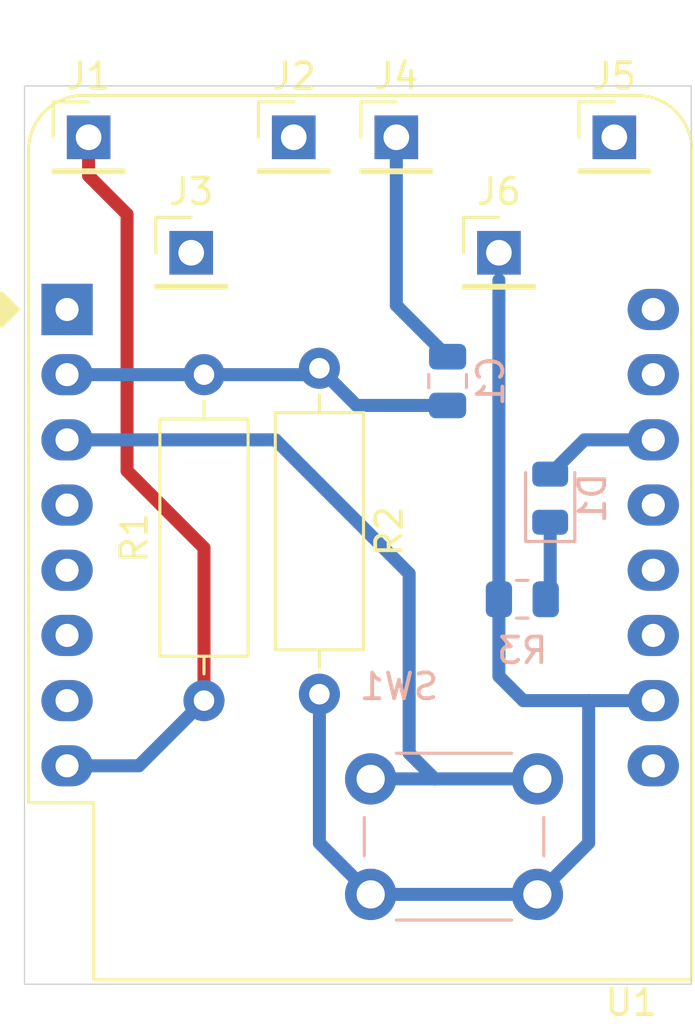
<source format=kicad_pcb>
(kicad_pcb (version 20241229) (generator "pcbnew") (generator_version "9.0")
  (layers (0 "F.Cu" signal) (2 "B.Cu" signal) (13 "F.Paste" user) (15 "B.Paste" user) (5 "F.SilkS" user "F.Silkscreen") (7 "B.SilkS" user "B.Silkscreen") (1 "F.Mask" user) (3 "B.Mask" user) (25 "Edge.Cuts" user))
  (net 0 "")
  (net 1 "Net-(U1-A0)")
  (net 2 "Net-(D1-K)")
  (net 3 "Net-(D1-A)")
  (net 4 "GND")
  (net 5 "Net-(U1-D0)")
  (net 20 "Net-(J4-Pin_1)")
  (net 21 "Net-(J1-Pin_1)")
  (footprint "Connector_PinHeader_2.54mm:PinHeader_1x01_P2.54mm_Vertical" (layer "F.Cu") (at 84 37)
    (property "Reference" "J5" (at 0 -2.38 0) (layer "F.SilkS"))
    (property "Value" "center")
    (fp_line (start -1.38 -1.38) (end 0 -1.38) (stroke (width 0.12)) (layer "F.SilkS"))
    (fp_line (start -1.38 0) (end -1.38 -1.38) (stroke (width 0.12)) (layer "F.SilkS"))
    (fp_line (start -1.38 1.27) (end -1.38 1.38) (stroke (width 0.12)) (layer "F.SilkS"))
    (fp_line (start -1.38 1.27) (end 1.38 1.27) (stroke (width 0.12)) (layer "F.SilkS"))
    (fp_line (start -1.38 1.38) (end 1.38 1.38) (stroke (width 0.12)) (layer "F.SilkS"))
    (fp_line (start 1.38 1.27) (end 1.38 1.38) (stroke (width 0.12)) (layer "F.SilkS"))
    (pad "1" thru_hole rect (at 0 0) (size 1.7 1.7) (drill 1) (layers "*.Cu" "*.Mask"))
  )
  (footprint "Connector_PinHeader_2.54mm:PinHeader_1x01_P2.54mm_Vertical" (layer "F.Cu") (at 63.5 37)
    (property "Reference" "J1" (at 0 -2.38 0) (layer "F.SilkS"))
    (property "Value" "tip-3.5")
    (fp_line (start -1.38 -1.38) (end 0 -1.38) (stroke (width 0.12)) (layer "F.SilkS"))
    (fp_line (start -1.38 0) (end -1.38 -1.38) (stroke (width 0.12)) (layer "F.SilkS"))
    (fp_line (start -1.38 1.27) (end -1.38 1.38) (stroke (width 0.12)) (layer "F.SilkS"))
    (fp_line (start -1.38 1.27) (end 1.38 1.27) (stroke (width 0.12)) (layer "F.SilkS"))
    (fp_line (start -1.38 1.38) (end 1.38 1.38) (stroke (width 0.12)) (layer "F.SilkS"))
    (fp_line (start 1.38 1.27) (end 1.38 1.38) (stroke (width 0.12)) (layer "F.SilkS"))
    (pad "1" thru_hole rect (at 0 0) (size 1.7 1.7) (drill 1) (layers "*.Cu" "*.Mask") (net 21 "Net-(J1-Pin_1)"))
  )
  (footprint "Resistor_THT:R_Axial_DIN0309_L9.0mm_D3.2mm_P12.70mm_Horizontal" (layer "F.Cu") (at 72.5 46 -90)
    (property "Reference" "R2" (at 6.35 -2.72 90) (layer "F.SilkS"))
    (property "Value" "10k")
    (fp_line (start 1.04 0) (end 1.73 0) (stroke (width 0.12)) (layer "F.SilkS"))
    (fp_line (start 11.66 0) (end 10.97 0) (stroke (width 0.12)) (layer "F.SilkS"))
    (fp_rect (start 1.73 -1.72) (end 10.97 1.72) (stroke (width 0.12)) (fill no) (layer "F.SilkS"))
    (pad "1" thru_hole circle (at 0 0 270) (size 1.6 1.6) (drill 0.8) (layers "*.Cu" "*.Mask") (net 1 "Net-(U1-A0)"))
    (pad "2" thru_hole circle (at 12.7 0 270) (size 1.6 1.6) (drill 0.8) (layers "*.Cu" "*.Mask") (net 4 "GND"))
  )
  (footprint "Connector_PinHeader_2.54mm:PinHeader_1x01_P2.54mm_Vertical" (layer "F.Cu") (at 67.5 41.5)
    (property "Reference" "J3" (at 0 -2.38 0) (layer "F.SilkS"))
    (property "Value" "ring")
    (fp_line (start -1.38 -1.38) (end 0 -1.38) (stroke (width 0.12)) (layer "F.SilkS"))
    (fp_line (start -1.38 0) (end -1.38 -1.38) (stroke (width 0.12)) (layer "F.SilkS"))
    (fp_line (start -1.38 1.27) (end -1.38 1.38) (stroke (width 0.12)) (layer "F.SilkS"))
    (fp_line (start -1.38 1.27) (end 1.38 1.27) (stroke (width 0.12)) (layer "F.SilkS"))
    (fp_line (start -1.38 1.38) (end 1.38 1.38) (stroke (width 0.12)) (layer "F.SilkS"))
    (fp_line (start 1.38 1.27) (end 1.38 1.38) (stroke (width 0.12)) (layer "F.SilkS"))
    (pad "1" thru_hole rect (at 0 0) (size 1.7 1.7) (drill 1) (layers "*.Cu" "*.Mask"))
  )
  (footprint "Resistor_THT:R_Axial_DIN0309_L9.0mm_D3.2mm_P12.70mm_Horizontal" (layer "F.Cu") (at 68 58.95 90)
    (property "Reference" "R1" (at 6.35 -2.72 90) (layer "F.SilkS"))
    (property "Value" "10k")
    (fp_line (start 11.66 0) (end 10.97 0) (stroke (width 0.12)) (layer "F.SilkS"))
    (fp_line (start 1.04 0) (end 1.73 0) (stroke (width 0.12)) (layer "F.SilkS"))
    (fp_rect (start 1.73 -1.72) (end 10.97 1.72) (stroke (width 0.12)) (fill no) (layer "F.SilkS"))
    (pad "1" thru_hole circle (at 0 0 90) (size 1.6 1.6) (drill 0.8) (layers "*.Cu" "*.Mask") (net 21 "Net-(J1-Pin_1)"))
    (pad "2" thru_hole circle (at 12.7 0 90) (size 1.6 1.6) (drill 0.8) (layers "*.Cu" "*.Mask") (net 1 "Net-(U1-A0)"))
  )
  (footprint "Connector_PinHeader_2.54mm:PinHeader_1x01_P2.54mm_Vertical" (layer "F.Cu") (at 79.5 41.5)
    (property "Reference" "J6" (at 0 -2.38 0) (layer "F.SilkS"))
    (property "Value" "ring")
    (fp_line (start -1.38 -1.38) (end 0 -1.38) (stroke (width 0.12)) (layer "F.SilkS"))
    (fp_line (start -1.38 0) (end -1.38 -1.38) (stroke (width 0.12)) (layer "F.SilkS"))
    (fp_line (start -1.38 1.27) (end -1.38 1.38) (stroke (width 0.12)) (layer "F.SilkS"))
    (fp_line (start -1.38 1.27) (end 1.38 1.27) (stroke (width 0.12)) (layer "F.SilkS"))
    (fp_line (start -1.38 1.38) (end 1.38 1.38) (stroke (width 0.12)) (layer "F.SilkS"))
    (fp_line (start 1.38 1.27) (end 1.38 1.38) (stroke (width 0.12)) (layer "F.SilkS"))
    (pad "1" thru_hole rect (at 0 0) (size 1.7 1.7) (drill 1) (layers "*.Cu" "*.Mask") (net 4 "GND"))
  )
  (footprint "RF_Module:WEMOS_D1_mini_light" (layer "F.Cu") (at 62.66 43.71)
    (property "Reference" "U1" (at 22 27 0) (layer "F.SilkS"))
    (property "Value" "WEMOS_D1_mini")
    (fp_line (start -1.5 19.22) (end -1.5 -6.21) (stroke (width 0.12)) (layer "F.SilkS"))
    (fp_line (start -1.5 19.22) (end 1.04 19.22) (stroke (width 0.12)) (layer "F.SilkS"))
    (fp_line (start 1.04 19.22) (end 1.04 26.12) (stroke (width 0.12)) (layer "F.SilkS"))
    (fp_line (start 1.04 26.12) (end 24.36 26.12) (stroke (width 0.12)) (layer "F.SilkS"))
    (fp_line (start 22.24 -8.34) (end 0.63 -8.34) (stroke (width 0.12)) (layer "F.SilkS"))
    (fp_line (start 24.36 26.12) (end 24.36 -6.21) (stroke (width 0.12)) (layer "F.SilkS"))
    (fp_arc (start -1.5 -6.21) (mid -0.876137 -7.716137) (end 0.63 -8.34) (stroke (width 0.12)) (layer "F.SilkS"))
    (fp_arc (start 22.23 -8.34) (mid 23.736137 -7.716137) (end 24.36 -6.21) (stroke (width 0.12)) (layer "F.SilkS"))
    (fp_poly (pts (xy -2.54 -0.635) (xy -2.54 0.635) (xy -1.905 0)) (stroke (width 0.15)) (fill yes) (layer "F.SilkS"))
    (pad "1" thru_hole rect (at 0 0) (size 2 2) (drill 0.9) (layers "*.Cu" "*.Mask"))
    (pad "2" thru_hole oval (at 0 2.54) (size 2 1.6) (drill 0.9) (layers "*.Cu" "*.Mask") (net 1 "Net-(U1-A0)"))
    (pad "3" thru_hole oval (at 0 5.08) (size 2 1.6) (drill 0.9) (layers "*.Cu" "*.Mask") (net 5 "Net-(U1-D0)"))
    (pad "4" thru_hole oval (at 0 7.62) (size 2 1.6) (drill 0.9) (layers "*.Cu" "*.Mask"))
    (pad "5" thru_hole oval (at 0 10.16) (size 2 1.6) (drill 0.9) (layers "*.Cu" "*.Mask"))
    (pad "6" thru_hole oval (at 0 12.7) (size 2 1.6) (drill 0.9) (layers "*.Cu" "*.Mask"))
    (pad "7" thru_hole oval (at 0 15.24) (size 2 1.6) (drill 0.9) (layers "*.Cu" "*.Mask"))
    (pad "8" thru_hole oval (at 0 17.78) (size 2 1.6) (drill 0.9) (layers "*.Cu" "*.Mask") (net 21 "Net-(J1-Pin_1)"))
    (pad "9" thru_hole oval (at 22.86 17.78) (size 2 1.6) (drill 0.9) (layers "*.Cu" "*.Mask"))
    (pad "10" thru_hole oval (at 22.86 15.24) (size 2 1.6) (drill 0.9) (layers "*.Cu" "*.Mask") (net 4 "GND"))
    (pad "11" thru_hole oval (at 22.86 12.7) (size 2 1.6) (drill 0.9) (layers "*.Cu" "*.Mask"))
    (pad "12" thru_hole oval (at 22.86 10.16) (size 2 1.6) (drill 0.9) (layers "*.Cu" "*.Mask"))
    (pad "13" thru_hole oval (at 22.86 7.62) (size 2 1.6) (drill 0.9) (layers "*.Cu" "*.Mask"))
    (pad "14" thru_hole oval (at 22.86 5.08) (size 2 1.6) (drill 0.9) (layers "*.Cu" "*.Mask") (net 3 "Net-(D1-A)"))
    (pad "15" thru_hole oval (at 22.86 2.54) (size 2 1.6) (drill 0.9) (layers "*.Cu" "*.Mask"))
    (pad "16" thru_hole oval (at 22.86 0) (size 2 1.6) (drill 0.9) (layers "*.Cu" "*.Mask"))
  )
  (footprint "Connector_PinHeader_2.54mm:PinHeader_1x01_P2.54mm_Vertical" (layer "F.Cu") (at 75.5 37)
    (property "Reference" "J4" (at 0 -2.38 0) (layer "F.SilkS"))
    (property "Value" "tip-2.5")
    (fp_line (start -1.38 -1.38) (end 0 -1.38) (stroke (width 0.12)) (layer "F.SilkS"))
    (fp_line (start -1.38 0) (end -1.38 -1.38) (stroke (width 0.12)) (layer "F.SilkS"))
    (fp_line (start -1.38 1.27) (end -1.38 1.38) (stroke (width 0.12)) (layer "F.SilkS"))
    (fp_line (start -1.38 1.27) (end 1.38 1.27) (stroke (width 0.12)) (layer "F.SilkS"))
    (fp_line (start -1.38 1.38) (end 1.38 1.38) (stroke (width 0.12)) (layer "F.SilkS"))
    (fp_line (start 1.38 1.27) (end 1.38 1.38) (stroke (width 0.12)) (layer "F.SilkS"))
    (pad "1" thru_hole rect (at 0 0) (size 1.7 1.7) (drill 1) (layers "*.Cu" "*.Mask") (net 20 "Net-(J4-Pin_1)"))
  )
  (footprint "Connector_PinHeader_2.54mm:PinHeader_1x01_P2.54mm_Vertical" (layer "F.Cu") (at 71.5 37)
    (property "Reference" "J2" (at 0 -2.38 0) (layer "F.SilkS"))
    (property "Value" "center")
    (fp_line (start -1.38 -1.38) (end 0 -1.38) (stroke (width 0.12)) (layer "F.SilkS"))
    (fp_line (start -1.38 0) (end -1.38 -1.38) (stroke (width 0.12)) (layer "F.SilkS"))
    (fp_line (start -1.38 1.27) (end -1.38 1.38) (stroke (width 0.12)) (layer "F.SilkS"))
    (fp_line (start -1.38 1.27) (end 1.38 1.27) (stroke (width 0.12)) (layer "F.SilkS"))
    (fp_line (start -1.38 1.38) (end 1.38 1.38) (stroke (width 0.12)) (layer "F.SilkS"))
    (fp_line (start 1.38 1.27) (end 1.38 1.38) (stroke (width 0.12)) (layer "F.SilkS"))
    (pad "1" thru_hole rect (at 0 0) (size 1.7 1.7) (drill 1) (layers "*.Cu" "*.Mask"))
  )
  (footprint "LED_SMD:LED_0805_2012Metric" (layer "B.Cu") (at 81.5 51.0625 90)
    (property "Reference" "D1" (at 0 1.65 90) (layer "B.SilkS") (effects (justify mirror)))
    (property "Value" "LED" (hide yes))
    (fp_line (start -1.685 -0.96) (end 1 -0.96) (stroke (width 0.12)) (layer "B.SilkS"))
    (fp_line (start 1 0.96) (end -1.685 0.96) (stroke (width 0.12)) (layer "B.SilkS"))
    (fp_line (start -1.685 0.96) (end -1.685 -0.96) (stroke (width 0.12)) (layer "B.SilkS"))
    (pad "1" smd roundrect (at -0.9375 0 90) (size 0.975 1.4) (layers "B.Cu" "B.Mask" "B.Paste") (net 2 "Net-(D1-K)"))
    (pad "2" smd roundrect (at 0.9375 0 90) (size 0.975 1.4) (layers "B.Cu" "B.Mask" "B.Paste") (net 3 "Net-(D1-A)"))
  )
  (footprint "Resistor_SMD:R_0805_2012Metric" (layer "B.Cu") (at 80.4125 55 180)
    (property "Reference" "R3" (at 0 -2 0) (layer "B.SilkS") (effects (justify mirror)))
    (property "Value" "330" (hide yes))
    (fp_line (start -0.227064 0.735) (end 0.227064 0.735) (stroke (width 0.12)) (layer "B.SilkS"))
    (fp_line (start -0.227064 -0.735) (end 0.227064 -0.735) (stroke (width 0.12)) (layer "B.SilkS"))
    (pad "1" smd roundrect (at -0.9125 0 180) (size 1.025 1.4) (layers "B.Cu" "B.Mask" "B.Paste") (roundrect_rratio 0.243902) (net 2 "Net-(D1-K)"))
    (pad "2" smd roundrect (at 0.9125 0 180) (size 1.025 1.4) (layers "B.Cu" "B.Mask" "B.Paste") (roundrect_rratio 0.243902) (net 4 "GND"))
  )
  (footprint "Button_Switch_THT:SW_PUSH_6mm" (layer "B.Cu") (at 81 62 180)
    (property "Reference" "SW1" (at 5.395 3.6 0) (layer "B.SilkS") (effects (justify mirror)))
    (property "Value" "reset_wifi")
    (fp_line (start 6.75 -3) (end 6.75 -1.5) (stroke (width 0.12)) (layer "B.SilkS"))
    (fp_line (start 5.5 1) (end 1 1) (stroke (width 0.12)) (layer "B.SilkS"))
    (fp_line (start 1 -5.5) (end 5.5 -5.5) (stroke (width 0.12)) (layer "B.SilkS"))
    (fp_line (start -0.25 -1.5) (end -0.25 -3) (stroke (width 0.12)) (layer "B.SilkS"))
    (pad "1" thru_hole circle (at 0 0 90) (size 2 2) (drill 1.1) (layers "*.Cu" "*.Mask") (net 5 "Net-(U1-D0)"))
    (pad "1" thru_hole circle (at 6.5 0 90) (size 2 2) (drill 1.1) (layers "*.Cu" "*.Mask") (net 5 "Net-(U1-D0)"))
    (pad "2" thru_hole circle (at 0 -4.5 90) (size 2 2) (drill 1.1) (layers "*.Cu" "*.Mask") (net 4 "GND"))
    (pad "2" thru_hole circle (at 6.5 -4.5 90) (size 2 2) (drill 1.1) (layers "*.Cu" "*.Mask") (net 4 "GND"))
  )
  (footprint "Capacitor_SMD:C_0805_2012Metric" (layer "B.Cu") (at 77.5 46.5 90)
    (property "Reference" "C1" (at 0 1.68 90) (layer "B.SilkS") (effects (justify mirror)))
    (property "Value" ".1uf")
    (fp_line (start -0.261252 -0.735) (end 0.261252 -0.735) (stroke (width 0.12)) (layer "B.SilkS"))
    (fp_line (start -0.261252 0.735) (end 0.261252 0.735) (stroke (width 0.12)) (layer "B.SilkS"))
    (pad "1" smd roundrect (at -0.95 0 90) (size 1 1.45) (layers "B.Cu" "B.Mask" "B.Paste") (net 1 "Net-(U1-A0)"))
    (pad "2" smd roundrect (at 0.95 0 90) (size 1 1.45) (layers "B.Cu" "B.Mask" "B.Paste") (net 20 "Net-(J4-Pin_1)"))
  )
  (gr_rect (start 61 35) (end 87 70) (stroke (width 0.05)) (fill no) (layer "Edge.Cuts"))
  (segment (start 77.5 47.45) (end 73.95 47.45) (width 0.508) (layer "B.Cu") (net 1))
  (segment (start 72.25 46.25) (end 72.5 46) (width 0.508) (layer "B.Cu") (net 1))
  (segment (start 68 46.25) (end 72.25 46.25) (width 0.508) (layer "B.Cu") (net 1))
  (segment (start 73.95 47.45) (end 72.5 46) (width 0.508) (layer "B.Cu") (net 1))
  (segment (start 62.66 46.25) (end 68 46.25) (width 0.508) (layer "B.Cu") (net 1))
  (segment (start 81.5 52) (end 81.5 54.825) (width 0.508) (layer "B.Cu") (net 2))
  (segment (start 81.5 54.825) (end 81.325 55) (width 0.508) (layer "B.Cu") (net 2))
  (segment (start 82.835 48.79) (end 81.5 50.125) (width 0.508) (layer "B.Cu") (net 3))
  (segment (start 85.52 48.79) (end 82.835 48.79) (width 0.508) (layer "B.Cu") (net 3))
  (segment (start 79.5 55) (end 79.5 42.565) (width 0.508) (layer "B.Cu") (net 4))
  (segment (start 83 58.95) (end 80.45 58.95) (width 0.508) (layer "B.Cu") (net 4))
  (segment (start 79.5 55) (end 79.5 58) (width 0.508) (layer "B.Cu") (net 4))
  (segment (start 74.5 66.5) (end 81 66.5) (width 0.508) (layer "B.Cu") (net 4))
  (segment (start 72.5 64.5) (end 74.5 66.5) (width 0.508) (layer "B.Cu") (net 4))
  (segment (start 80.45 58.95) (end 80.25 58.75) (width 0.508) (layer "B.Cu") (net 4))
  (segment (start 72.5 58.7) (end 72.5 64.5) (width 0.508) (layer "B.Cu") (net 4))
  (segment (start 83 64.5) (end 83 58.95) (width 0.508) (layer "B.Cu") (net 4))
  (segment (start 85.52 58.95) (end 83 58.95) (width 0.508) (layer "B.Cu") (net 4))
  (segment (start 79.5 58) (end 80.25 58.75) (width 0.508) (layer "B.Cu") (net 4))
  (segment (start 81 66.5) (end 83 64.5) (width 0.508) (layer "B.Cu") (net 4))
  (segment (start 70.79 48.79) (end 76 54) (width 0.508) (layer "B.Cu") (net 5))
  (segment (start 76 61) (end 77 62) (width 0.508) (layer "B.Cu") (net 5))
  (segment (start 62.66 48.79) (end 70.79 48.79) (width 0.508) (layer "B.Cu") (net 5))
  (segment (start 77 62) (end 81 62) (width 0.508) (layer "B.Cu") (net 5))
  (segment (start 76 54) (end 76 61) (width 0.508) (layer "B.Cu") (net 5))
  (segment (start 74.5 62) (end 77 62) (width 0.508) (layer "B.Cu") (net 5))
  (segment (start 75.5 37) (end 75.5 43.55) (width 0.508) (layer "B.Cu") (net 20))
  (segment (start 75.5 43.55) (end 77.5 45.55) (width 0.508) (layer "B.Cu") (net 20))
  (segment (start 65 40) (end 63.5 38.5) (width 0.508) (layer "F.Cu") (net 21))
  (segment (start 68 58.95) (end 68 53) (width 0.508) (layer "F.Cu") (net 21))
  (segment (start 68 53) (end 65 50) (width 0.508) (layer "F.Cu") (net 21))
  (segment (start 65 50) (end 65 40) (width 0.508) (layer "F.Cu") (net 21))
  (segment (start 63.5 38.5) (end 63.5 37) (width 0.508) (layer "F.Cu") (net 21))
  (segment (start 62.66 61.49) (end 65.46 61.49) (width 0.508) (layer "B.Cu") (net 21))
  (segment (start 65.46 61.49) (end 68 58.95) (width 0.508) (layer "B.Cu") (net 21))
)
</source>
